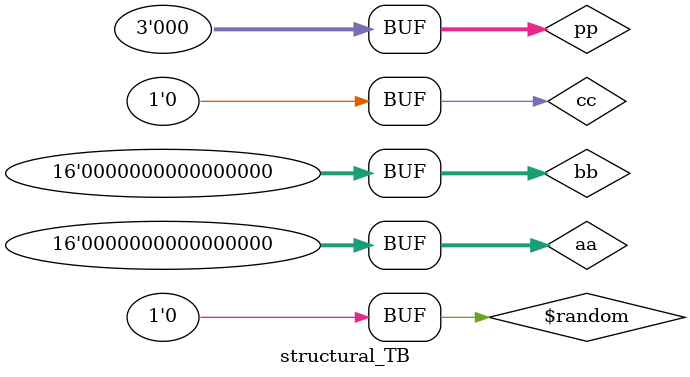
<source format=sv>
`timescale 1ns/1ns
module structural_TB();
    logic [15:0]aa = 16'b0;
    logic [15:0]bb = 16'b0;
    logic cc = 0;
    logic [2:0]pp = 3'b0;
    wire [15:0]ww;
    wire n,z;
    structural_ALU_1 CUT (.A(aa),.B(bb),.c(cc),.opc(pp),.W(ww),.neg(n),.zer(z));
    initial begin
        #200;
        aa = $random;
        bb = $random;
        repeat(7) #200 pp = pp + 1;
        #200;
    end
endmodule
</source>
